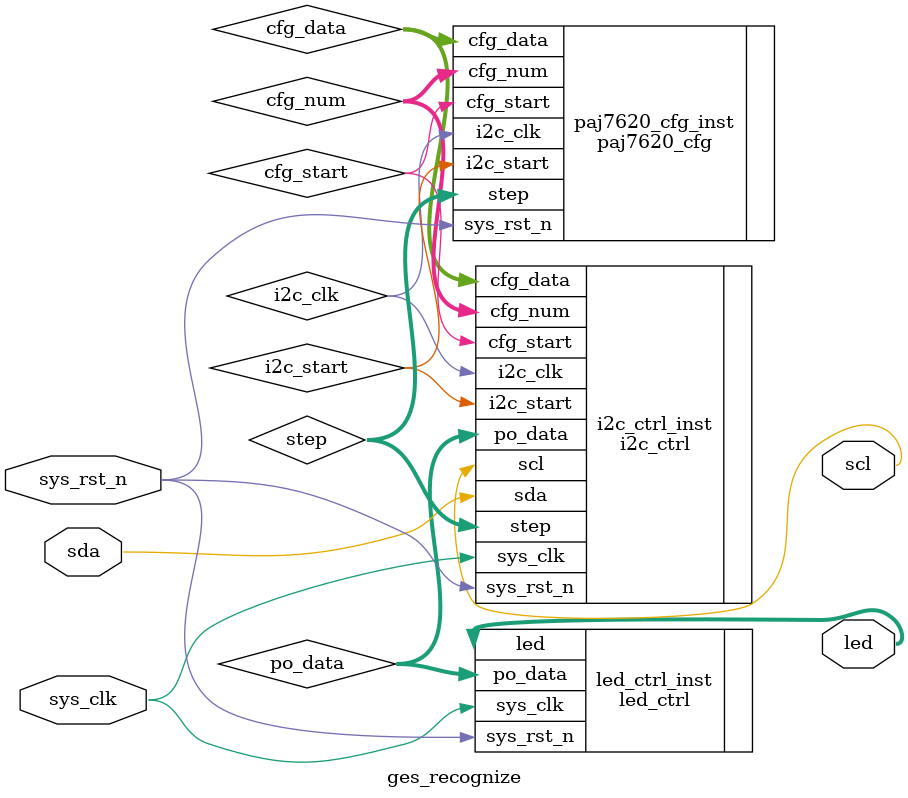
<source format=v>
module ges_recognize(
    input   wire        sys_clk    ,
    input   wire        sys_rst_n  ,
    
    output  wire        scl        ,
    inout   wire        sda        ,
    output  wire [3: 0] led
);
wire [2: 0]     step        ;
wire [5: 0]     cfg_num     ;
wire [15: 0]    cfg_data    ;
wire            cfg_start   ;
wire            i2c_clk     ;
wire            i2c_start   ;
wire [7: 0]     po_data     ;
paj7620_cfg paj7620_cfg_inst(
.i2c_clk        (i2c_clk    ),
.sys_rst_n      (sys_rst_n  ),
.cfg_start      (cfg_start  ),
.step           (step       ),

.cfg_num        (cfg_num    ),
.cfg_data       (cfg_data   ),
.i2c_start      (i2c_start  )
);
i2c_ctrl    i2c_ctrl_inst(
.sys_clk        (sys_clk    ),
.sys_rst_n      (sys_rst_n  ),
.i2c_start      (i2c_start  ),
.cfg_num        (cfg_num    ),
.cfg_data       (cfg_data   ),

.cfg_start      (cfg_start  ),
.step           (step       ),
.i2c_clk        (i2c_clk    ),
.scl            (scl        ),
.sda            (sda        ),
.po_data        (po_data    )

);
led_ctrl    led_ctrl_inst(
.sys_clk        (sys_clk    ),
.sys_rst_n      (sys_rst_n  ),
.po_data        (po_data    ),
          
.led            (led        )
);
endmodule
</source>
